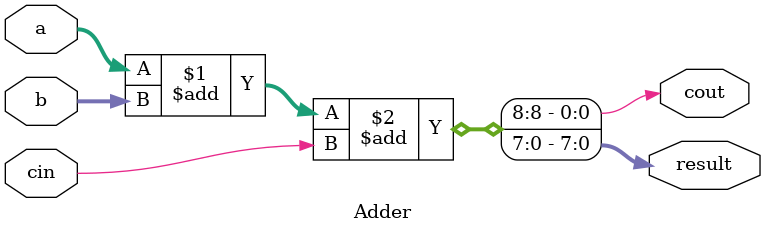
<source format=v>
`timescale 1ns/1ns

module Adder (a, b,cin, result, cout);
    
    input [7:0]a;
    input [7:0]b;
    input cin;
    output cout;
    output [7:0]result;
    
    assign {cout,result} = a + b + cin; 

endmodule
</source>
